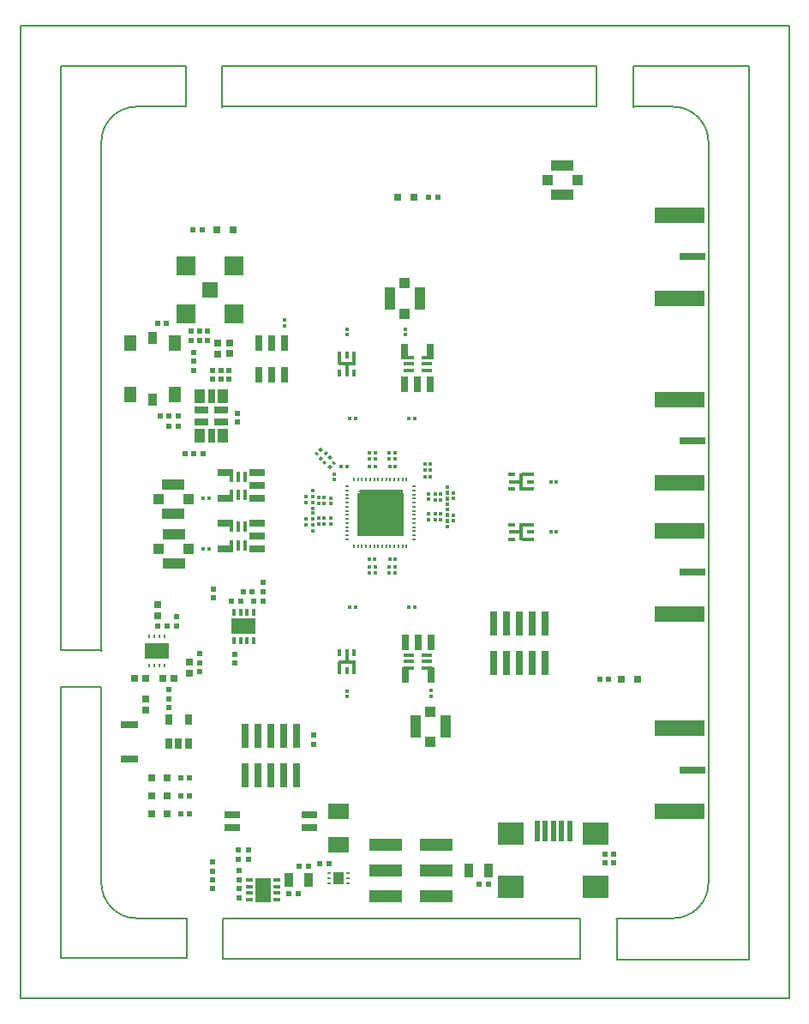
<source format=gtp>
G04 (created by PCBNEW (2013-june-11)-stable) date Tue 10 Oct 2017 05:17:01 PM CEST*
%MOIN*%
G04 Gerber Fmt 3.4, Leading zero omitted, Abs format*
%FSLAX34Y34*%
G01*
G70*
G90*
G04 APERTURE LIST*
%ADD10C,0.00590551*%
%ADD11C,0.00787402*%
%ADD12R,0.0291339X0.0944882*%
%ADD13R,0.0751968X0.0751968*%
%ADD14R,0.0598425X0.0598425*%
%ADD15R,0.0866142X0.0393701*%
%ADD16R,0.0393701X0.0393701*%
%ADD17R,0.0393701X0.0531496*%
%ADD18R,0.0275591X0.0531496*%
%ADD19R,0.0531496X0.0275591*%
%ADD20R,0.0195X0.0195*%
%ADD21R,0.0314X0.0314*%
%ADD22R,0.0354X0.0551*%
%ADD23R,0.126X0.05*%
%ADD24R,0.0196X0.0787*%
%ADD25R,0.0984X0.0866*%
%ADD26R,0.0275591X0.0393701*%
%ADD27R,0.0314X0.0275*%
%ADD28R,0.0275X0.0314*%
%ADD29C,0.00590551*%
%ADD30R,0.00590551X0.011811*%
%ADD31R,0.092126X0.0590551*%
%ADD32R,0.0129921X0.0102362*%
%ADD33R,0.0413386X0.0472441*%
%ADD34R,0.08X0.06*%
%ADD35R,0.0629921X0.0925197*%
%ADD36R,0.0255906X0.011811*%
%ADD37R,0.0925197X0.0629921*%
%ADD38R,0.011811X0.0255906*%
%ADD39R,0.0472X0.0591*%
%ADD40R,0.0354331X0.0472441*%
%ADD41R,0.0669291X0.0314961*%
%ADD42R,0.0591X0.0299*%
%ADD43R,0.0393701X0.0866142*%
%ADD44R,0.19685X0.0589*%
%ADD45R,0.0984252X0.0275*%
%ADD46R,0.011811X0.0137795*%
%ADD47R,0.0137795X0.011811*%
%ADD48O,0.015748X0.00787402*%
%ADD49R,0.00787402X0.00787402*%
%ADD50O,0.00787402X0.015748*%
%ADD51R,0.181102X0.169291*%
%ADD52R,0.169291X0.011811*%
%ADD53R,0.0299213X0.0649606*%
%ADD54R,0.0700787X0.0161417*%
%ADD55R,0.0141732X0.0279528*%
%ADD56R,0.0141732X0.05*%
%ADD57R,0.0393701X0.0137795*%
%ADD58R,0.0299X0.0649*%
%ADD59R,0.0161417X0.0700787*%
%ADD60R,0.0279528X0.0141732*%
%ADD61R,0.05X0.0141732*%
%ADD62R,0.0137795X0.0393701*%
%ADD63R,0.0649X0.0299*%
G04 APERTURE END LIST*
G54D10*
G54D11*
X40574Y-57658D02*
X40583Y-57658D01*
X40574Y-19850D02*
X40574Y-57658D01*
X40575Y-19849D02*
X40575Y-19862D01*
X70460Y-19849D02*
X40575Y-19849D01*
X70460Y-19868D02*
X70460Y-19849D01*
X70460Y-57658D02*
X70460Y-19868D01*
X40575Y-57658D02*
X70460Y-57658D01*
X68894Y-23267D02*
X68906Y-23267D01*
X68890Y-53390D02*
X68902Y-53390D01*
X43087Y-57659D02*
X43087Y-57647D01*
X40561Y-53217D02*
X40573Y-53217D01*
X40565Y-23094D02*
X40577Y-23094D01*
X68472Y-19849D02*
X68472Y-19861D01*
X44228Y-19839D02*
X44228Y-19851D01*
X42134Y-45546D02*
X42132Y-45546D01*
X42134Y-56091D02*
X42134Y-45546D01*
X47037Y-56091D02*
X42134Y-56091D01*
X42132Y-45546D02*
X42132Y-56028D01*
X42140Y-44129D02*
X42137Y-44129D01*
X42140Y-21415D02*
X42140Y-44129D01*
X47009Y-21415D02*
X42140Y-21415D01*
X48421Y-21415D02*
X48421Y-21427D01*
X62986Y-21415D02*
X48421Y-21415D01*
X64402Y-21424D02*
X64402Y-21430D01*
X68891Y-21424D02*
X64402Y-21424D01*
X68891Y-56132D02*
X68891Y-21424D01*
X68891Y-56134D02*
X63758Y-56134D01*
X68891Y-53037D02*
X68891Y-56134D01*
X48452Y-56093D02*
X48452Y-56096D01*
X62337Y-56110D02*
X48453Y-56110D01*
X63753Y-54537D02*
X63753Y-54539D01*
X65949Y-54537D02*
X63753Y-54537D01*
X48423Y-22989D02*
X48423Y-22991D01*
X62988Y-22989D02*
X48423Y-22989D01*
X64404Y-22993D02*
X64404Y-22989D01*
X65944Y-22993D02*
X64404Y-22993D01*
X47009Y-22991D02*
X45088Y-22991D01*
X47037Y-54537D02*
X47037Y-54538D01*
X45099Y-54537D02*
X47037Y-54537D01*
X63759Y-56135D02*
X63759Y-54560D01*
X62336Y-56109D02*
X62336Y-54534D01*
X62337Y-54539D02*
X54171Y-54539D01*
X63754Y-54538D02*
X63754Y-54539D01*
X62986Y-22990D02*
X62986Y-21415D01*
X64402Y-23001D02*
X64402Y-21426D01*
X64403Y-22990D02*
X64403Y-22989D01*
X48453Y-54536D02*
X48453Y-54537D01*
X59734Y-54536D02*
X48453Y-54536D01*
X43713Y-45545D02*
X43715Y-45545D01*
X43713Y-53156D02*
X43713Y-45545D01*
X43714Y-44133D02*
X43715Y-44133D01*
X43714Y-24370D02*
X43714Y-44133D01*
X48424Y-22992D02*
X48424Y-22991D01*
X43722Y-44129D02*
X42147Y-44129D01*
X43704Y-45546D02*
X42129Y-45546D01*
X47035Y-56091D02*
X47035Y-54516D01*
X48452Y-56109D02*
X48452Y-54534D01*
X48421Y-22997D02*
X48421Y-21422D01*
X47007Y-22992D02*
X47007Y-21417D01*
X43713Y-53157D02*
G75*
G03X45091Y-54535I1377J0D01*
G74*
G01*
X65950Y-54536D02*
G75*
G03X67328Y-53158I0J1377D01*
G74*
G01*
X45091Y-22991D02*
G75*
G03X43713Y-24369I0J-1377D01*
G74*
G01*
X67327Y-24370D02*
G75*
G03X65949Y-22992I-1377J0D01*
G74*
G01*
X67328Y-24372D02*
X67328Y-53149D01*
G54D12*
X51309Y-47441D03*
X51309Y-48976D03*
X50809Y-47441D03*
X50809Y-48976D03*
X50309Y-47441D03*
X50309Y-48976D03*
X49809Y-47441D03*
X49809Y-48976D03*
X49309Y-47441D03*
X49309Y-48976D03*
G54D13*
X48860Y-31040D03*
X48860Y-29174D03*
G54D14*
X47927Y-30107D03*
G54D13*
X46994Y-29174D03*
X46994Y-31040D03*
G54D15*
X61649Y-26409D03*
X61649Y-25267D03*
G54D16*
X62240Y-25838D03*
X61059Y-25838D03*
G54D17*
X47543Y-35775D03*
X47543Y-34259D03*
X48449Y-35775D03*
X48449Y-34259D03*
G54D18*
X47996Y-35775D03*
G54D19*
X47612Y-35253D03*
X47612Y-34781D03*
X48380Y-34777D03*
X48380Y-35253D03*
G54D18*
X47998Y-34259D03*
G54D20*
X63094Y-45234D03*
X63448Y-45234D03*
G54D21*
X64580Y-45237D03*
X63950Y-45237D03*
G54D22*
X58764Y-52669D03*
X58014Y-52669D03*
G54D20*
X58759Y-53200D03*
X58405Y-53200D03*
X63301Y-52390D03*
X63655Y-52390D03*
X63301Y-52057D03*
X63655Y-52057D03*
X47151Y-49086D03*
X46797Y-49086D03*
X47151Y-50483D03*
X46797Y-50483D03*
X47151Y-49794D03*
X46797Y-49794D03*
G54D23*
X56743Y-53673D03*
X56743Y-52673D03*
X56743Y-51673D03*
X54774Y-53673D03*
X54774Y-52673D03*
X54774Y-51673D03*
G54D24*
X60664Y-51133D03*
X60979Y-51133D03*
X61293Y-51133D03*
X61607Y-51133D03*
X61922Y-51133D03*
G54D25*
X62946Y-53317D03*
X59640Y-53317D03*
X59640Y-51231D03*
X62946Y-51231D03*
G54D21*
X45656Y-49086D03*
X46286Y-49086D03*
X45656Y-49794D03*
X46286Y-49794D03*
X45656Y-50483D03*
X46286Y-50483D03*
G54D26*
X46342Y-46807D03*
X47090Y-46807D03*
X47090Y-47751D03*
X46342Y-47751D03*
X46716Y-47751D03*
G54D20*
X48070Y-41732D03*
X48070Y-42086D03*
X48042Y-52715D03*
X48042Y-52361D03*
X51757Y-52515D03*
X51403Y-52515D03*
X49058Y-53395D03*
X49058Y-53749D03*
X48042Y-53039D03*
X48042Y-53393D03*
X49577Y-41839D03*
X49223Y-41839D03*
X46343Y-46001D03*
X46343Y-46355D03*
X46343Y-46000D03*
X46343Y-45646D03*
X47555Y-44597D03*
X47555Y-44951D03*
X47555Y-44597D03*
X47555Y-44243D03*
X46633Y-42823D03*
X46633Y-43177D03*
X45913Y-43177D03*
X46267Y-43177D03*
X49989Y-41843D03*
X49989Y-41489D03*
X49130Y-42227D03*
X48776Y-42227D03*
X51005Y-53572D03*
X51359Y-53572D03*
X49062Y-53045D03*
X49062Y-52691D03*
X49635Y-42223D03*
X49989Y-42223D03*
G54D27*
X45913Y-42359D03*
X45913Y-42789D03*
G54D28*
X46526Y-45200D03*
X46096Y-45200D03*
G54D27*
X47129Y-44592D03*
X47129Y-45022D03*
X45444Y-46005D03*
X45444Y-46435D03*
G54D28*
X45423Y-45208D03*
X44993Y-45208D03*
G54D22*
X51762Y-53047D03*
X51012Y-53047D03*
G54D29*
X45770Y-43654D03*
G54D30*
X45770Y-43575D03*
X45573Y-43575D03*
G54D29*
X45573Y-43654D03*
X45967Y-43654D03*
G54D30*
X45967Y-43575D03*
X46164Y-43575D03*
G54D29*
X46164Y-43654D03*
X46164Y-44619D03*
G54D30*
X46164Y-44697D03*
X45967Y-44697D03*
G54D29*
X45967Y-44619D03*
X45573Y-44619D03*
G54D30*
X45573Y-44697D03*
X45770Y-44697D03*
G54D29*
X45770Y-44619D03*
G54D31*
X45868Y-44136D03*
G54D32*
X53303Y-53175D03*
X53303Y-52978D03*
X53303Y-52781D03*
X52566Y-52781D03*
X52566Y-52978D03*
X52566Y-53175D03*
G54D33*
X52935Y-52978D03*
G54D34*
X52937Y-51669D03*
X52937Y-50369D03*
G54D35*
X50009Y-53431D03*
G54D36*
X50550Y-53559D03*
X50550Y-53303D03*
X50550Y-53047D03*
X50550Y-53815D03*
X49468Y-53815D03*
X49468Y-53047D03*
X49468Y-53303D03*
X49468Y-53559D03*
G54D37*
X49254Y-43192D03*
G54D38*
X49127Y-43733D03*
X49382Y-43733D03*
X49638Y-43733D03*
X48870Y-43733D03*
X48870Y-42650D03*
X49638Y-42650D03*
X49382Y-42650D03*
X49127Y-42650D03*
G54D39*
X44844Y-34173D03*
X44844Y-32173D03*
X46576Y-32173D03*
X46576Y-34173D03*
G54D40*
X45710Y-31972D03*
X45710Y-34373D03*
G54D27*
X48696Y-32596D03*
X48696Y-32166D03*
X48244Y-32604D03*
X48244Y-32174D03*
G54D20*
X46253Y-31417D03*
X45899Y-31417D03*
X47203Y-32080D03*
X47203Y-31726D03*
X47854Y-31726D03*
X47854Y-32080D03*
X47525Y-31726D03*
X47525Y-32080D03*
X47297Y-32889D03*
X47297Y-32535D03*
X48673Y-33594D03*
X48673Y-33240D03*
X48358Y-33240D03*
X48358Y-33594D03*
X48043Y-33240D03*
X48043Y-33594D03*
X46958Y-36467D03*
X47312Y-36467D03*
X46348Y-35023D03*
X45994Y-35023D03*
X47666Y-36465D03*
X47312Y-36465D03*
X49014Y-35253D03*
X49014Y-34899D03*
X46348Y-35023D03*
X46702Y-35023D03*
X47297Y-33243D03*
X47297Y-32889D03*
X46698Y-35419D03*
X46344Y-35419D03*
X56791Y-26501D03*
X56437Y-26501D03*
G54D21*
X55236Y-26503D03*
X55866Y-26503D03*
G54D20*
X49055Y-51889D03*
X49055Y-52243D03*
X49425Y-51889D03*
X49425Y-52243D03*
G54D41*
X44810Y-48359D03*
X44810Y-47020D03*
G54D42*
X51807Y-51015D03*
X51807Y-50515D03*
X48815Y-50515D03*
X48815Y-51015D03*
G54D15*
X46528Y-39607D03*
X46528Y-40748D03*
G54D16*
X45937Y-40178D03*
X47118Y-40178D03*
G54D43*
X56091Y-30441D03*
X54950Y-30441D03*
G54D16*
X55521Y-29850D03*
X55521Y-31031D03*
G54D43*
X55950Y-47093D03*
X57091Y-47093D03*
G54D16*
X56521Y-47683D03*
X56521Y-46502D03*
G54D44*
X66221Y-27201D03*
X66221Y-30430D03*
G54D45*
X66713Y-28816D03*
G54D15*
X46520Y-37668D03*
X46520Y-38809D03*
G54D16*
X45929Y-38239D03*
X47110Y-38239D03*
G54D46*
X55144Y-36995D03*
X54927Y-36995D03*
G54D47*
X55147Y-36672D03*
X55147Y-36455D03*
X54915Y-36670D03*
X54915Y-36453D03*
G54D46*
X54356Y-36993D03*
X54139Y-36993D03*
G54D47*
X54365Y-36671D03*
X54365Y-36454D03*
X54130Y-36672D03*
X54130Y-36455D03*
G54D10*
G36*
X52095Y-36550D02*
X51997Y-36452D01*
X52081Y-36369D01*
X52178Y-36466D01*
X52095Y-36550D01*
X52095Y-36550D01*
G37*
G36*
X52248Y-36397D02*
X52150Y-36299D01*
X52234Y-36216D01*
X52331Y-36313D01*
X52248Y-36397D01*
X52248Y-36397D01*
G37*
G36*
X52482Y-36813D02*
X52385Y-36911D01*
X52301Y-36827D01*
X52399Y-36730D01*
X52482Y-36813D01*
X52482Y-36813D01*
G37*
G36*
X52329Y-36660D02*
X52232Y-36758D01*
X52148Y-36674D01*
X52246Y-36577D01*
X52329Y-36660D01*
X52329Y-36660D01*
G37*
G36*
X52691Y-36602D02*
X52594Y-36700D01*
X52510Y-36616D01*
X52608Y-36519D01*
X52691Y-36602D01*
X52691Y-36602D01*
G37*
G36*
X52538Y-36449D02*
X52441Y-36547D01*
X52357Y-36463D01*
X52455Y-36366D01*
X52538Y-36449D01*
X52538Y-36449D01*
G37*
G36*
X52615Y-37069D02*
X52517Y-36971D01*
X52601Y-36888D01*
X52698Y-36985D01*
X52615Y-37069D01*
X52615Y-37069D01*
G37*
G36*
X52768Y-36916D02*
X52670Y-36818D01*
X52754Y-36735D01*
X52851Y-36832D01*
X52768Y-36916D01*
X52768Y-36916D01*
G37*
G54D47*
X52771Y-37278D03*
X52771Y-37495D03*
G54D46*
X53043Y-36993D03*
X53260Y-36993D03*
X55902Y-35120D03*
X55685Y-35120D03*
X53597Y-35120D03*
X53380Y-35120D03*
G54D48*
X53262Y-37756D03*
X53262Y-37914D03*
X53262Y-38071D03*
X53262Y-38229D03*
X53262Y-38386D03*
X53262Y-38544D03*
X53262Y-38701D03*
X53262Y-38859D03*
X53262Y-39016D03*
X53262Y-39174D03*
X53262Y-39331D03*
X53262Y-39489D03*
X53262Y-39646D03*
X53262Y-39804D03*
G54D49*
X53223Y-37756D03*
X53223Y-37914D03*
X53223Y-38071D03*
X53223Y-38229D03*
X53223Y-38386D03*
X53223Y-38544D03*
X53223Y-38701D03*
X53223Y-38859D03*
X53223Y-39016D03*
X53223Y-39174D03*
X53223Y-39331D03*
X53223Y-39489D03*
X53223Y-39646D03*
X53223Y-39804D03*
X53537Y-40119D03*
X53695Y-40119D03*
X53852Y-40119D03*
X54010Y-40119D03*
X54167Y-40119D03*
X54325Y-40119D03*
X54482Y-40119D03*
X54640Y-40119D03*
X54797Y-40119D03*
X54955Y-40119D03*
X55112Y-40119D03*
X55270Y-40119D03*
X55427Y-40119D03*
X55585Y-40119D03*
X55900Y-39804D03*
X55900Y-39646D03*
X55900Y-39489D03*
X55900Y-39331D03*
X55900Y-39174D03*
X55900Y-39016D03*
X55900Y-38859D03*
X55900Y-38701D03*
X55900Y-38544D03*
X55900Y-38386D03*
X55900Y-38229D03*
X55900Y-38071D03*
X55900Y-37914D03*
X55900Y-37756D03*
X55585Y-37441D03*
X55427Y-37441D03*
X55270Y-37441D03*
X55112Y-37441D03*
X54955Y-37441D03*
X54797Y-37441D03*
X54640Y-37441D03*
X54482Y-37441D03*
X54325Y-37441D03*
X54167Y-37441D03*
X54010Y-37441D03*
X53852Y-37441D03*
X53695Y-37441D03*
X53537Y-37441D03*
G54D50*
X53537Y-40079D03*
X53695Y-40079D03*
X53852Y-40079D03*
X54010Y-40079D03*
X54167Y-40079D03*
X54325Y-40079D03*
X54482Y-40079D03*
X54640Y-40079D03*
X54797Y-40079D03*
X54955Y-40079D03*
X55112Y-40079D03*
X55270Y-40079D03*
X55427Y-40079D03*
X55585Y-40079D03*
G54D48*
X55860Y-39804D03*
X55860Y-39646D03*
X55860Y-39489D03*
X55860Y-39331D03*
X55860Y-39174D03*
X55860Y-39016D03*
X55860Y-38859D03*
X55860Y-38701D03*
X55860Y-38544D03*
X55860Y-38386D03*
X55860Y-38229D03*
X55860Y-38071D03*
X55860Y-37914D03*
X55860Y-37756D03*
G54D50*
X55585Y-37481D03*
X55427Y-37481D03*
X55270Y-37481D03*
X55112Y-37481D03*
X54955Y-37481D03*
X54797Y-37481D03*
X54640Y-37481D03*
X54482Y-37481D03*
X54325Y-37481D03*
X54167Y-37481D03*
X54010Y-37481D03*
X53852Y-37481D03*
X53695Y-37481D03*
X53537Y-37481D03*
G54D51*
X54561Y-38839D03*
G54D52*
X54620Y-37934D03*
G54D10*
G36*
X53656Y-37993D02*
X53774Y-37874D01*
X53852Y-37874D01*
X53971Y-37993D01*
X53656Y-37993D01*
X53656Y-37993D01*
G37*
G54D47*
X51923Y-39026D03*
X51923Y-39243D03*
X51923Y-38160D03*
X51923Y-38376D03*
G54D46*
X56520Y-37126D03*
X56303Y-37126D03*
X56520Y-37363D03*
X56303Y-37363D03*
X56520Y-36890D03*
X56303Y-36890D03*
G54D47*
X51687Y-39243D03*
X51687Y-39026D03*
X51923Y-39262D03*
X51923Y-39479D03*
X51923Y-38790D03*
X51923Y-39006D03*
G54D46*
X52169Y-39213D03*
X52386Y-39213D03*
X52169Y-38977D03*
X52386Y-38977D03*
G54D47*
X52632Y-38987D03*
X52632Y-39203D03*
X51687Y-38376D03*
X51687Y-38160D03*
X51923Y-38396D03*
X51923Y-38613D03*
X51923Y-37924D03*
X51923Y-38140D03*
G54D46*
X52169Y-38426D03*
X52386Y-38426D03*
X52169Y-38189D03*
X52386Y-38189D03*
G54D47*
X52632Y-38199D03*
X52632Y-38416D03*
G54D53*
X50846Y-33426D03*
X49846Y-33426D03*
X50846Y-32174D03*
X49846Y-32174D03*
X50346Y-32174D03*
X50346Y-33426D03*
G54D47*
X50847Y-31281D03*
X50847Y-31498D03*
G54D46*
X54924Y-40567D03*
X55141Y-40567D03*
X55683Y-42440D03*
X55900Y-42440D03*
X53378Y-42440D03*
X53595Y-42440D03*
X54136Y-40565D03*
X54353Y-40565D03*
G54D47*
X54364Y-40889D03*
X54364Y-41106D03*
X54132Y-40887D03*
X54132Y-41104D03*
X54914Y-40888D03*
X54914Y-41105D03*
X55149Y-40887D03*
X55149Y-41104D03*
X57159Y-37981D03*
X57159Y-37764D03*
X57160Y-38455D03*
X57160Y-38238D03*
G54D46*
X56914Y-38033D03*
X56697Y-38033D03*
G54D47*
X57160Y-38219D03*
X57160Y-38002D03*
X57160Y-39086D03*
X57160Y-38869D03*
X57396Y-38002D03*
X57396Y-38219D03*
G54D46*
X56914Y-38269D03*
X56697Y-38269D03*
G54D47*
X56451Y-38259D03*
X56451Y-38042D03*
G54D46*
X56698Y-39056D03*
X56915Y-39056D03*
G54D47*
X56451Y-39046D03*
X56451Y-38829D03*
G54D46*
X56698Y-38820D03*
X56915Y-38820D03*
G54D47*
X57160Y-39322D03*
X57160Y-39105D03*
X57160Y-38849D03*
X57160Y-38632D03*
X57397Y-38868D03*
X57397Y-39085D03*
G54D54*
X53263Y-44566D03*
G54D55*
X53542Y-44206D03*
G54D56*
X53263Y-44316D03*
G54D55*
X52983Y-44206D03*
G54D56*
X52983Y-44816D03*
G54D55*
X53263Y-44926D03*
G54D56*
X53542Y-44816D03*
G54D47*
X55524Y-31851D03*
X55524Y-31635D03*
G54D57*
X55664Y-32730D03*
X55664Y-32986D03*
X55664Y-33241D03*
X56373Y-33241D03*
X56373Y-32986D03*
X56373Y-32730D03*
G54D47*
X53261Y-31858D03*
X53261Y-31641D03*
G54D58*
X56518Y-33765D03*
X56018Y-33765D03*
X55518Y-33765D03*
X55518Y-32514D03*
X56518Y-32514D03*
G54D54*
X53264Y-32990D03*
G54D55*
X52985Y-33351D03*
G54D56*
X53264Y-33240D03*
G54D55*
X53544Y-33351D03*
G54D56*
X53544Y-32740D03*
G54D55*
X53264Y-32630D03*
G54D56*
X52985Y-32740D03*
G54D44*
X66221Y-34369D03*
X66221Y-37598D03*
G54D45*
X66713Y-35984D03*
G54D46*
X61412Y-37568D03*
X61195Y-37568D03*
G54D59*
X60039Y-37566D03*
G54D60*
X59679Y-37287D03*
G54D61*
X59789Y-37566D03*
G54D60*
X59679Y-37846D03*
G54D61*
X60289Y-37846D03*
G54D60*
X60399Y-37566D03*
G54D61*
X60289Y-37287D03*
G54D59*
X60044Y-39524D03*
G54D60*
X59683Y-39244D03*
G54D61*
X59794Y-39524D03*
G54D60*
X59683Y-39803D03*
G54D61*
X60294Y-39803D03*
G54D60*
X60404Y-39524D03*
G54D61*
X60294Y-39244D03*
G54D46*
X61407Y-39524D03*
X61190Y-39524D03*
G54D44*
X66217Y-39479D03*
X66217Y-42708D03*
G54D45*
X66709Y-41094D03*
G54D47*
X56523Y-45694D03*
X56523Y-45911D03*
X53265Y-45699D03*
X53265Y-45916D03*
G54D46*
X55683Y-42441D03*
X55900Y-42441D03*
G54D44*
X66220Y-47157D03*
X66220Y-50386D03*
G54D45*
X66712Y-48772D03*
G54D57*
X56374Y-44815D03*
X56374Y-44560D03*
X56374Y-44304D03*
X55665Y-44304D03*
X55665Y-44560D03*
X55665Y-44815D03*
G54D58*
X55522Y-43818D03*
X56022Y-43818D03*
X56522Y-43818D03*
X56522Y-45069D03*
X55522Y-45069D03*
G54D46*
X47672Y-40179D03*
X47889Y-40179D03*
G54D62*
X48779Y-40034D03*
X49035Y-40034D03*
X49291Y-40034D03*
X49291Y-39325D03*
X49035Y-39325D03*
X48779Y-39325D03*
G54D63*
X49778Y-39179D03*
X49778Y-39679D03*
X49778Y-40179D03*
X48527Y-40179D03*
X48527Y-39179D03*
G54D46*
X47678Y-38227D03*
X47894Y-38227D03*
G54D62*
X48777Y-38081D03*
X49033Y-38081D03*
X49289Y-38081D03*
X49289Y-37372D03*
X49033Y-37372D03*
X48777Y-37372D03*
G54D63*
X49775Y-37226D03*
X49775Y-37726D03*
X49775Y-38226D03*
X48524Y-38226D03*
X48524Y-37226D03*
G54D20*
X47275Y-27765D03*
X47629Y-27765D03*
G54D21*
X48835Y-27765D03*
X48205Y-27765D03*
G54D12*
X60980Y-43078D03*
X60980Y-44614D03*
X60480Y-43078D03*
X60480Y-44614D03*
X59980Y-43078D03*
X59980Y-44614D03*
X59480Y-43078D03*
X59480Y-44614D03*
X58980Y-43078D03*
X58980Y-44614D03*
G54D20*
X48905Y-44625D03*
X48905Y-44271D03*
X52566Y-52410D03*
X52212Y-52410D03*
X51975Y-47420D03*
X51975Y-47774D03*
M02*

</source>
